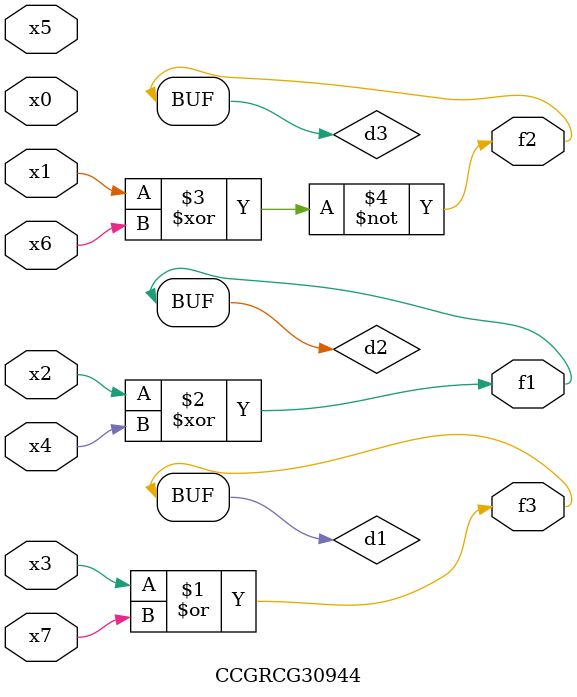
<source format=v>
module CCGRCG30944(
	input x0, x1, x2, x3, x4, x5, x6, x7,
	output f1, f2, f3
);

	wire d1, d2, d3;

	or (d1, x3, x7);
	xor (d2, x2, x4);
	xnor (d3, x1, x6);
	assign f1 = d2;
	assign f2 = d3;
	assign f3 = d1;
endmodule

</source>
